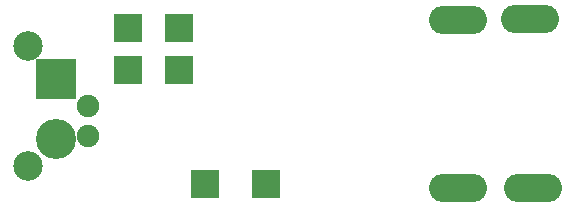
<source format=gbr>
G04 #@! TF.FileFunction,Soldermask,Bot*
%FSLAX46Y46*%
G04 Gerber Fmt 4.6, Leading zero omitted, Abs format (unit mm)*
G04 Created by KiCad (PCBNEW 4.0.7) date 04/19/20 23:04:16*
%MOMM*%
%LPD*%
G01*
G04 APERTURE LIST*
%ADD10C,0.100000*%
%ADD11O,4.900000X2.400000*%
%ADD12C,1.900000*%
%ADD13C,2.500000*%
%ADD14R,3.400000X3.400000*%
%ADD15C,3.400000*%
%ADD16R,2.400000X2.400000*%
G04 APERTURE END LIST*
D10*
D11*
X108450000Y-98625000D03*
X102100000Y-98650000D03*
X108200000Y-84350000D03*
X102100000Y-84400000D03*
D12*
X70800000Y-91694000D03*
X70800000Y-94234000D03*
D13*
X65720000Y-96774000D03*
X65720000Y-86614000D03*
D14*
X68072000Y-89408000D03*
D15*
X68072000Y-94488000D03*
D16*
X80675000Y-98300000D03*
X78486000Y-88646000D03*
X74168000Y-88646000D03*
X85852000Y-98298000D03*
X78486000Y-85090000D03*
X74168000Y-85090000D03*
M02*

</source>
